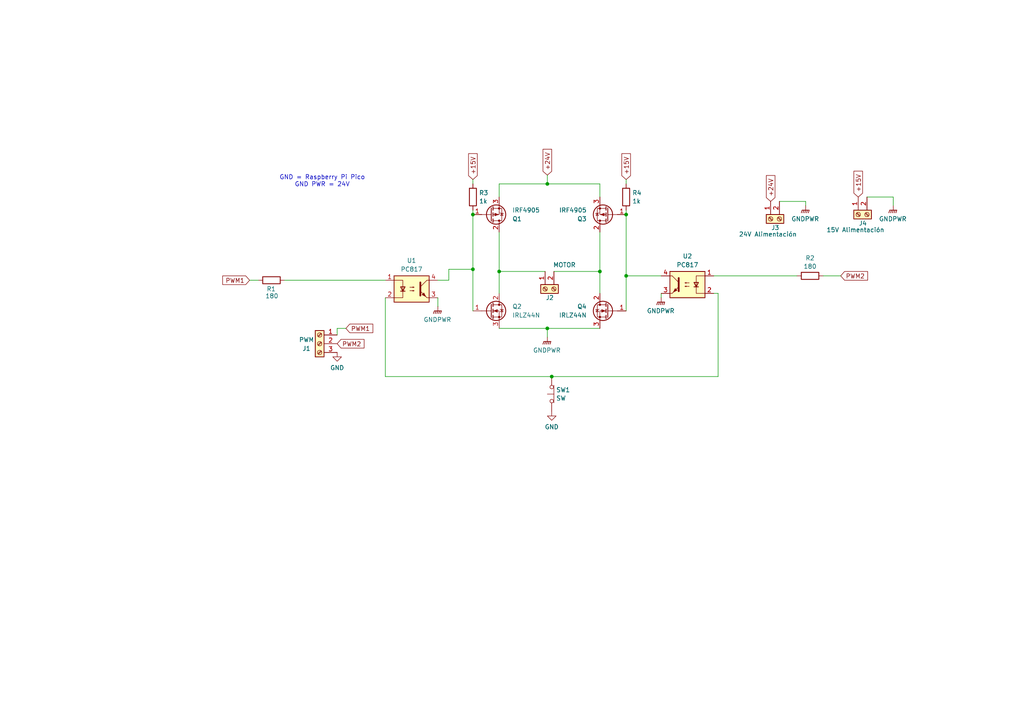
<source format=kicad_sch>
(kicad_sch (version 20231120) (generator "eeschema") (generator_version "8.0")
  (paper "A4")
  (lib_symbols
    (symbol "Connector:Screw_Terminal_01x02" (pin_names (offset 1.016) hide)
      (property "Reference" "J" (at 0 2.54 0))
      (property "Value" "Screw_Terminal_01x02" (at 0 -5.08 0))
      (symbol "Screw_Terminal_01x02_1_1"
        (rectangle (start -1.27 1.27) (end 1.27 -3.81) (stroke (width 0.254)) (fill (type background)))
        (circle (center 0 -2.54) (radius 0.635) (stroke (width 0.1524)))
        (polyline (pts (xy -0.5334 -2.2098) (xy 0.3302 -3.048)) (stroke (width 0.1524)))
        (polyline (pts (xy -0.5334 0.3302) (xy 0.3302 -0.508)) (stroke (width 0.1524)))
        (polyline (pts (xy -0.3556 -2.032) (xy 0.508 -2.8702)) (stroke (width 0.1524)))
        (polyline (pts (xy -0.3556 0.508) (xy 0.508 -0.3302)) (stroke (width 0.1524)))
        (circle (center 0 0) (radius 0.635) (stroke (width 0.1524)))
        (pin passive line (at -5.08 0 0) (length 3.81) (name "Pin_1") (number "1"))
        (pin passive line (at -5.08 -2.54 0) (length 3.81) (name "Pin_2") (number "2"))
      )
    )
    (symbol "Connector:Screw_Terminal_01x03" (pin_names (offset 1.016) hide)
      (property "Reference" "J" (at 0 5.08 0))
      (property "Value" "Screw_Terminal_01x03" (at 0 -5.08 0))
      (symbol "Screw_Terminal_01x03_1_1"
        (rectangle (start -1.27 3.81) (end 1.27 -3.81) (stroke (width 0.254)) (fill (type background)))
        (circle (center 0 -2.54) (radius 0.635) (stroke (width 0.1524)))
        (polyline (pts (xy -0.5334 -2.2098) (xy 0.3302 -3.048)) (stroke (width 0.1524)))
        (polyline (pts (xy -0.5334 0.3302) (xy 0.3302 -0.508)) (stroke (width 0.1524)))
        (polyline (pts (xy -0.5334 2.8702) (xy 0.3302 2.032)) (stroke (width 0.1524)))
        (polyline (pts (xy -0.3556 -2.032) (xy 0.508 -2.8702)) (stroke (width 0.1524)))
        (polyline (pts (xy -0.3556 0.508) (xy 0.508 -0.3302)) (stroke (width 0.1524)))
        (polyline (pts (xy -0.3556 3.048) (xy 0.508 2.2098)) (stroke (width 0.1524)))
        (circle (center 0 0) (radius 0.635) (stroke (width 0.1524)))
        (circle (center 0 2.54) (radius 0.635) (stroke (width 0.1524)))
        (pin passive line (at -5.08 2.54 0) (length 3.81) (name "Pin_1") (number "1"))
        (pin passive line (at -5.08 0 0) (length 3.81) (name "Pin_2") (number "2"))
        (pin passive line (at -5.08 -2.54 0) (length 3.81) (name "Pin_3") (number "3"))
      )
    )
    (symbol "Device:R" (pin_numbers hide) (pin_names (offset 0))
      (property "Reference" "R" (at 2.032 0 90))
      (property "Value" "R" (at 0 0 90))
      (symbol "R_0_1"
        (rectangle (start -1.016 -2.54) (end 1.016 2.54) (stroke (width 0.254)))
      )
      (symbol "R_1_1"
        (pin passive line (at 0 3.81 270) (length 1.27) (name "~") (number "1"))
        (pin passive line (at 0 -3.81 90) (length 1.27) (name "~") (number "2"))
      )
    )
    (symbol "Isolator:PC817" (pin_names (offset 1.016))
      (property "Reference" "U" (at -5.08 5.08 0))
      (property "Value" "PC817" (at 0 5.08 0))
      (symbol "PC817_0_1"
        (rectangle (start -5.08 3.81) (end 5.08 -3.81) (stroke (width 0.254)) (fill (type background)))
        (polyline (pts (xy -3.175 -0.635) (xy -1.905 -0.635)) (stroke (width 0.254)))
        (polyline (pts (xy 2.54 0.635) (xy 4.445 2.54)))
        (polyline (pts (xy 4.445 -2.54) (xy 2.54 -0.635)) (fill (type outline)))
        (polyline (pts (xy 4.445 -2.54) (xy 5.08 -2.54)))
        (polyline (pts (xy 4.445 2.54) (xy 5.08 2.54)))
        (polyline (pts (xy -5.08 2.54) (xy -2.54 2.54) (xy -2.54 -0.635)))
        (polyline (pts (xy -2.54 -0.635) (xy -2.54 -2.54) (xy -5.08 -2.54)))
        (polyline (pts (xy 2.54 1.905) (xy 2.54 -1.905) (xy 2.54 -1.905)) (stroke (width 0.508)))
        (polyline (pts (xy -2.54 -0.635) (xy -3.175 0.635) (xy -1.905 0.635) (xy -2.54 -0.635)) (stroke (width 0.254)))
        (polyline (pts (xy -0.508 -0.508) (xy 0.762 -0.508) (xy 0.381 -0.635) (xy 0.381 -0.381) (xy 0.762 -0.508)))
        (polyline (pts (xy -0.508 0.508) (xy 0.762 0.508) (xy 0.381 0.381) (xy 0.381 0.635) (xy 0.762 0.508)))
        (polyline (pts (xy 3.048 -1.651) (xy 3.556 -1.143) (xy 4.064 -2.159) (xy 3.048 -1.651) (xy 3.048 -1.651)) (fill (type outline)))
      )
      (symbol "PC817_1_1"
        (pin passive line (at -7.62 2.54 0) (length 2.54) (name "~") (number "1"))
        (pin passive line (at -7.62 -2.54 0) (length 2.54) (name "~") (number "2"))
        (pin passive line (at 7.62 -2.54 180) (length 2.54) (name "~") (number "3"))
        (pin passive line (at 7.62 2.54 180) (length 2.54) (name "~") (number "4"))
      )
    )
    (symbol "Switch:SW_Push_Open" (pin_numbers hide) (pin_names (offset 1.016) hide)
      (property "Reference" "SW" (at 0 2.54 0))
      (property "Value" "SW_Push_Open" (at 0 -1.905 0))
      (symbol "SW_Push_Open_0_1"
        (circle (center -2.032 0) (radius 0.508))
        (polyline (pts (xy -2.54 -0.635) (xy 2.54 -0.635)))
        (polyline (pts (xy 0 -0.635) (xy 0 1.27)))
        (circle (center 2.032 0) (radius 0.508))
        (pin passive line (at -5.08 0 0) (length 2.54) (name "A") (number "1"))
      )
      (symbol "SW_Push_Open_1_1"
        (pin passive line (at 5.08 0 180) (length 2.54) (name "B") (number "2"))
      )
    )
    (symbol "Transistor_FET:IRF4905" (pin_names hide)
      (property "Reference" "Q" (at 5.08 1.905 0))
      (property "Value" "IRF4905" (at 5.08 0 0))
      (symbol "IRF4905_0_1"
        (polyline (pts (xy 0.254 0) (xy -2.54 0)))
        (polyline (pts (xy 0.254 1.905) (xy 0.254 -1.905)) (stroke (width 0.254)))
        (polyline (pts (xy 0.762 -1.27) (xy 0.762 -2.286)) (stroke (width 0.254)))
        (polyline (pts (xy 0.762 0.508) (xy 0.762 -0.508)) (stroke (width 0.254)))
        (polyline (pts (xy 0.762 2.286) (xy 0.762 1.27)) (stroke (width 0.254)))
        (polyline (pts (xy 2.54 2.54) (xy 2.54 1.778)))
        (polyline (pts (xy 2.54 -2.54) (xy 2.54 0) (xy 0.762 0)))
        (polyline (pts (xy 0.762 1.778) (xy 3.302 1.778) (xy 3.302 -1.778) (xy 0.762 -1.778)))
        (polyline (pts (xy 2.286 0) (xy 1.27 0.381) (xy 1.27 -0.381) (xy 2.286 0)) (fill (type outline)))
        (polyline (pts (xy 2.794 -0.508) (xy 2.921 -0.381) (xy 3.683 -0.381) (xy 3.81 -0.254)))
        (polyline (pts (xy 3.302 -0.381) (xy 2.921 0.254) (xy 3.683 0.254) (xy 3.302 -0.381)))
        (circle (center 1.651 0) (radius 2.794) (stroke (width 0.254)))
        (circle (center 2.54 -1.778) (radius 0.254) (fill (type outline)))
        (circle (center 2.54 1.778) (radius 0.254) (fill (type outline)))
      )
      (symbol "IRF4905_1_1"
        (pin input line (at -5.08 0 0) (length 2.54) (name "G") (number "1"))
        (pin passive line (at 2.54 5.08 270) (length 2.54) (name "D") (number "2"))
        (pin passive line (at 2.54 -5.08 90) (length 2.54) (name "S") (number "3"))
      )
    )
    (symbol "Transistor_FET:IRLZ44N" (pin_names hide)
      (property "Reference" "Q" (at 6.35 1.905 0))
      (property "Value" "IRLZ44N" (at 6.35 0 0))
      (symbol "IRLZ44N_0_1"
        (polyline (pts (xy 0.254 0) (xy -2.54 0)))
        (polyline (pts (xy 0.254 1.905) (xy 0.254 -1.905)) (stroke (width 0.254)))
        (polyline (pts (xy 0.762 -1.27) (xy 0.762 -2.286)) (stroke (width 0.254)))
        (polyline (pts (xy 0.762 0.508) (xy 0.762 -0.508)) (stroke (width 0.254)))
        (polyline (pts (xy 0.762 2.286) (xy 0.762 1.27)) (stroke (width 0.254)))
        (polyline (pts (xy 2.54 2.54) (xy 2.54 1.778)))
        (polyline (pts (xy 2.54 -2.54) (xy 2.54 0) (xy 0.762 0)))
        (polyline (pts (xy 0.762 -1.778) (xy 3.302 -1.778) (xy 3.302 1.778) (xy 0.762 1.778)))
        (polyline (pts (xy 1.016 0) (xy 2.032 0.381) (xy 2.032 -0.381) (xy 1.016 0)) (fill (type outline)))
        (polyline (pts (xy 2.794 0.508) (xy 2.921 0.381) (xy 3.683 0.381) (xy 3.81 0.254)))
        (polyline (pts (xy 3.302 0.381) (xy 2.921 -0.254) (xy 3.683 -0.254) (xy 3.302 0.381)))
        (circle (center 1.651 0) (radius 2.794) (stroke (width 0.254)))
        (circle (center 2.54 -1.778) (radius 0.254) (fill (type outline)))
        (circle (center 2.54 1.778) (radius 0.254) (fill (type outline)))
      )
      (symbol "IRLZ44N_1_1"
        (pin input line (at -5.08 0 0) (length 2.54) (name "G") (number "1"))
        (pin passive line (at 2.54 5.08 270) (length 2.54) (name "D") (number "2"))
        (pin passive line (at 2.54 -5.08 90) (length 2.54) (name "S") (number "3"))
      )
    )
    (symbol "power:GND" (power) (pin_names (offset 0))
      (property "Value" "GND" (at 0 -3.81 0))
      (symbol "GND_0_1"
        (polyline (pts (xy 0 0) (xy 0 -1.27) (xy 1.27 -1.27) (xy 0 -2.54) (xy -1.27 -1.27) (xy 0 -1.27)))
      )
      (symbol "GND_1_1"
        (pin power_in line (at 0 0 270) (length 0) hide (name "GND") (number "1"))
      )
    )
    (symbol "power:GNDPWR" (power) (pin_numbers hide) (pin_names (offset 0) hide)
      (property "Value" "GNDPWR" (at 0 -3.302 0))
      (symbol "GNDPWR_0_1"
        (polyline (pts (xy 0 -1.27) (xy 0 0)))
        (polyline (pts (xy -1.016 -1.27) (xy -1.27 -2.032) (xy -1.27 -2.032)) (stroke (width 0.2032)))
        (polyline (pts (xy -0.508 -1.27) (xy -0.762 -2.032) (xy -0.762 -2.032)) (stroke (width 0.2032)))
        (polyline (pts (xy 0 -1.27) (xy -0.254 -2.032) (xy -0.254 -2.032)) (stroke (width 0.2032)))
        (polyline (pts (xy 0.508 -1.27) (xy 0.254 -2.032) (xy 0.254 -2.032)) (stroke (width 0.2032)))
        (polyline (pts (xy 1.016 -1.27) (xy -1.016 -1.27) (xy -1.016 -1.27)) (stroke (width 0.2032)))
        (polyline (pts (xy 1.016 -1.27) (xy 0.762 -2.032) (xy 0.762 -2.032) (xy 0.762 -2.032)) (stroke (width 0.2032)))
      )
      (symbol "GNDPWR_1_1"
        (pin power_in line (at 0 0 270) (length 0) (name "~") (number "1"))
      )
    )
  )
  (junction (at 160.02 109.22))
  (junction (at 137.16 78.105))
  (junction (at 144.78 78.74))
  (junction (at 173.99 78.74))
  (junction (at 181.61 80.01))
  (junction (at 137.16 62.23))
  (junction (at 181.61 62.23))
  (junction (at 158.75 53.34))
  (junction (at 158.75 95.25))
  (wire (pts (xy 137.16 60.96) (xy 137.16 62.23)))
  (wire (pts (xy 207.01 85.09) (xy 208.28 85.09)))
  (wire (pts (xy 181.61 52.07) (xy 181.61 53.34)))
  (wire (pts (xy 233.68 58.42) (xy 233.68 59.69)))
  (wire (pts (xy 181.61 62.23) (xy 181.61 80.01)))
  (wire (pts (xy 259.08 57.15) (xy 259.08 59.69)))
  (wire (pts (xy 160.02 109.22) (xy 208.28 109.22)))
  (wire (pts (xy 144.78 78.74) (xy 144.78 85.09)))
  (wire (pts (xy 181.61 80.01) (xy 181.61 90.17)))
  (wire (pts (xy 97.79 95.25) (xy 100.33 95.25)))
  (wire (pts (xy 158.75 95.25) (xy 173.99 95.25)))
  (wire (pts (xy 173.99 67.31) (xy 173.99 78.74)))
  (wire (pts (xy 181.61 80.01) (xy 191.77 80.01)))
  (wire (pts (xy 181.61 60.96) (xy 181.61 62.23)))
  (wire (pts (xy 226.06 58.42) (xy 233.68 58.42)))
  (wire (pts (xy 111.76 109.22) (xy 160.02 109.22)))
  (wire (pts (xy 160.655 78.74) (xy 173.99 78.74)))
  (wire (pts (xy 137.16 52.07) (xy 137.16 53.34)))
  (wire (pts (xy 173.99 53.34) (xy 173.99 57.15)))
  (wire (pts (xy 137.16 62.23) (xy 137.16 78.105)))
  (wire (pts (xy 144.78 67.31) (xy 144.78 78.74)))
  (wire (pts (xy 207.01 80.01) (xy 231.14 80.01)))
  (wire (pts (xy 137.16 78.105) (xy 137.16 90.17)))
  (wire (pts (xy 97.79 97.155) (xy 97.79 95.25)))
  (wire (pts (xy 173.99 85.09) (xy 173.99 78.74)))
  (wire (pts (xy 137.16 78.105) (xy 130.175 78.105)))
  (wire (pts (xy 208.28 85.09) (xy 208.28 109.22)))
  (wire (pts (xy 251.46 57.15) (xy 259.08 57.15)))
  (wire (pts (xy 144.78 78.74) (xy 158.115 78.74)))
  (wire (pts (xy 111.76 86.36) (xy 111.76 109.22)))
  (wire (pts (xy 130.175 78.105) (xy 130.175 81.28)))
  (wire (pts (xy 158.75 53.34) (xy 173.99 53.34)))
  (wire (pts (xy 158.75 97.79) (xy 158.75 95.25)))
  (wire (pts (xy 191.77 85.09) (xy 191.77 86.36)))
  (wire (pts (xy 144.78 53.34) (xy 158.75 53.34)))
  (wire (pts (xy 127 86.36) (xy 127 88.9)))
  (wire (pts (xy 127 81.28) (xy 130.175 81.28)))
  (wire (pts (xy 144.78 53.34) (xy 144.78 57.15)))
  (wire (pts (xy 238.76 80.01) (xy 243.84 80.01)))
  (wire (pts (xy 144.78 95.25) (xy 158.75 95.25)))
  (wire (pts (xy 158.75 50.8) (xy 158.75 53.34)))
  (wire (pts (xy 82.55 81.28) (xy 111.76 81.28)))
  (wire (pts (xy 72.39 81.28) (xy 74.93 81.28)))
  (text "GND = Raspberry Pi Pico\nGND PWR = 24V" (at 93.472 52.578 0) (effects (font (size 1.27 1.27))))
  (global_label "PWM2" (shape input) (at 243.84 80.01 0) (property "Intersheetrefs" "${INTERSHEET_REFS}" (effects (hide yes))))
  (global_label "PWM1" (shape input) (at 100.33 95.25 0) (property "Intersheetrefs" "${INTERSHEET_REFS}" (effects (hide yes))))
  (global_label "+24V" (shape input) (at 223.52 58.42 90) (property "Intersheetrefs" "${INTERSHEET_REFS}" (effects (hide yes))))
  (global_label "+15V" (shape input) (at 248.92 57.15 90) (property "Intersheetrefs" "${INTERSHEET_REFS}" (effects (hide yes))))
  (global_label "+15V" (shape input) (at 137.16 52.07 90) (property "Intersheetrefs" "${INTERSHEET_REFS}" (effects (hide yes))))
  (global_label "+15V" (shape input) (at 181.61 52.07 90) (property "Intersheetrefs" "${INTERSHEET_REFS}" (effects (hide yes))))
  (global_label "PWM1" (shape input) (at 72.39 81.28 180) (property "Intersheetrefs" "${INTERSHEET_REFS}" (effects (hide yes))))
  (global_label "PWM2" (shape input) (at 97.79 99.695 0) (property "Intersheetrefs" "${INTERSHEET_REFS}" (effects (hide yes))))
  (global_label "+24V" (shape input) (at 158.75 50.8 90) (property "Intersheetrefs" "${INTERSHEET_REFS}" (effects (hide yes))))
  (symbol (lib_id "Device:R") (at 78.74 81.28 90) (unit 1)
    (property "Reference" "R1" (at 80.01 83.82 90) (effects (justify left)))
    (property "Value" "180" (at 80.772 85.852 90) (effects (justify left)))
    (property "Footprint" "Resistor_THT:R_Axial_DIN0309_L9.0mm_D3.2mm_P12.70mm_Horizontal" (effects (hide yes)))
  )
  (symbol (lib_id "Switch:SW_Push_Open") (at 160.02 114.3 90) (unit 1)
    (property "Reference" "SW1" (at 161.29 113.0878 90) (effects (justify right)))
    (property "Value" "SW" (at 161.29 115.5121 90) (effects (justify right)))
    (property "Footprint" "Connector_PinHeader_2.54mm:PinHeader_1x02_P2.54mm_Vertical" (effects (hide yes)))
  )
  (symbol (lib_id "power:GND") (at 160.02 119.38 0) (unit 1)
    (property "Reference" "#PWR05" (effects (hide yes)))
    (property "Value" "GND" (at 160.02 123.825 0))
  )
  (symbol (lib_id "Transistor_FET:IRF4905") (at 142.24 62.23 0) (mirror x) (unit 1)
    (property "Reference" "Q1" (at 148.59 63.5 0) (effects (justify left)))
    (property "Value" "IRF4905" (at 148.59 60.96 0) (effects (justify left)))
    (property "Footprint" "Package_TO_SOT_THT:TO-220-3_Vertical" (effects (hide yes)))
    (property "Datasheet" "http://www.infineon.com/dgdl/irf4905.pdf?fileId=5546d462533600a4015355e32165197c" (effects (hide yes)))
  )
  (symbol (lib_id "power:GNDPWR") (at 233.68 59.69 0) (unit 1)
    (property "Reference" "#PWR06" (effects (hide yes)))
    (property "Value" "GNDPWR" (at 233.553 63.5 0))
    (property "Description" "Power symbol creates a global label with name \"GNDPWR\" , global ground" (effects (hide yes)))
  )
  (symbol (lib_id "Connector:Screw_Terminal_01x03") (at 92.71 99.695 0) (mirror y) (unit 1)
    (property "Reference" "J1" (at 88.9 101.092 0))
    (property "Value" "PWM" (at 88.9 98.552 0))
    (property "Footprint" "Connector_PinHeader_2.54mm:PinHeader_1x03_P2.54mm_Vertical" (effects (hide yes)))
  )
  (symbol (lib_id "Device:R") (at 137.16 57.15 0) (unit 1)
    (property "Reference" "R3" (at 138.938 55.9378 0) (effects (justify left)))
    (property "Value" "1k" (at 138.938 58.3621 0) (effects (justify left)))
    (property "Footprint" "Resistor_THT:R_Axial_DIN0309_L9.0mm_D3.2mm_P12.70mm_Horizontal" (effects (hide yes)))
  )
  (symbol (lib_id "power:GNDPWR") (at 158.75 97.79 0) (unit 1)
    (property "Reference" "#PWR04" (effects (hide yes)))
    (property "Value" "GNDPWR" (at 158.623 101.6 0))
    (property "Description" "Power symbol creates a global label with name \"GNDPWR\" , global ground" (effects (hide yes)))
  )
  (symbol (lib_id "Connector:Screw_Terminal_01x02") (at 248.92 62.23 90) (mirror x) (unit 1)
    (property "Reference" "J4" (at 251.46 64.77 90) (effects (justify left)))
    (property "Value" "15V Alimentación" (at 256.54 66.675 90) (effects (justify left)))
    (property "Footprint" "Connector_PinHeader_2.54mm:PinHeader_1x02_P2.54mm_Vertical" (effects (hide yes)))
  )
  (symbol (lib_id "power:GND") (at 97.79 102.235 0) (unit 1)
    (property "Reference" "#PWR02" (effects (hide yes)))
    (property "Value" "GND" (at 97.79 106.68 0))
  )
  (symbol (lib_id "Transistor_FET:IRLZ44N") (at 142.24 90.17 0) (unit 1)
    (property "Reference" "Q2" (at 148.59 88.9 0) (effects (justify left)))
    (property "Value" "IRLZ44N" (at 148.59 91.44 0) (effects (justify left)))
    (property "Footprint" "Package_TO_SOT_THT:TO-220-3_Vertical" (effects (hide yes)))
    (property "Datasheet" "http://www.irf.com/product-info/datasheets/data/irlz44n.pdf" (effects (hide yes)))
  )
  (symbol (lib_id "power:GNDPWR") (at 127 88.9 0) (unit 1)
    (property "Reference" "#PWR03" (effects (hide yes)))
    (property "Value" "GNDPWR" (at 126.873 92.71 0))
    (property "Description" "Power symbol creates a global label with name \"GNDPWR\" , global ground" (effects (hide yes)))
  )
  (symbol (lib_id "power:GNDPWR") (at 191.77 86.36 0) (unit 1)
    (property "Reference" "#PWR010" (effects (hide yes)))
    (property "Value" "GNDPWR" (at 191.643 90.17 0))
    (property "Description" "Power symbol creates a global label with name \"GNDPWR\" , global ground" (effects (hide yes)))
  )
  (symbol (lib_id "Connector:Screw_Terminal_01x02") (at 158.115 83.82 90) (mirror x) (unit 1)
    (property "Reference" "J2" (at 160.655 86.36 90) (effects (justify left)))
    (property "Value" "MOTOR" (at 167.005 76.835 90) (effects (justify left)))
    (property "Footprint" "TerminalBlock_Dinkle:TerminalBlock_Dinkle_DT-55-B01X-02_P10.00mm" (effects (hide yes)))
  )
  (symbol (lib_id "Device:R") (at 181.61 57.15 0) (unit 1)
    (property "Reference" "R4" (at 183.388 55.9378 0) (effects (justify left)))
    (property "Value" "1k" (at 183.388 58.3621 0) (effects (justify left)))
    (property "Footprint" "Resistor_THT:R_Axial_DIN0309_L9.0mm_D3.2mm_P12.70mm_Horizontal" (effects (hide yes)))
  )
  (symbol (lib_id "Device:R") (at 234.95 80.01 90) (unit 1)
    (property "Reference" "R2" (at 234.95 74.8495 90))
    (property "Value" "180" (at 234.95 77.2738 90))
    (property "Footprint" "Resistor_THT:R_Axial_DIN0309_L9.0mm_D3.2mm_P12.70mm_Horizontal" (effects (hide yes)))
    (property "Description" "Resistor" (effects (hide yes)))
  )
  (symbol (lib_id "power:GNDPWR") (at 259.08 59.69 0) (unit 1)
    (property "Reference" "#PWR08" (effects (hide yes)))
    (property "Value" "GNDPWR" (at 258.953 63.5 0))
    (property "Description" "Power symbol creates a global label with name \"GNDPWR\" , global ground" (effects (hide yes)))
  )
  (symbol (lib_id "Transistor_FET:IRLZ44N") (at 176.53 90.17 0) (mirror y) (unit 1)
    (property "Reference" "Q4" (at 170.18 88.9 0) (effects (justify left)))
    (property "Value" "IRLZ44N" (at 170.18 91.44 0) (effects (justify left)))
    (property "Footprint" "Package_TO_SOT_THT:TO-220-3_Vertical" (effects (hide yes)))
    (property "Datasheet" "http://www.irf.com/product-info/datasheets/data/irlz44n.pdf" (effects (hide yes)))
  )
  (symbol (lib_id "Connector:Screw_Terminal_01x02") (at 223.52 63.5 90) (mirror x) (unit 1)
    (property "Reference" "J3" (at 226.06 66.04 90) (effects (justify left)))
    (property "Value" "24V Alimentación" (at 231.14 67.945 90) (effects (justify left)))
    (property "Footprint" "TerminalBlock_Dinkle:TerminalBlock_Dinkle_DT-55-B01X-02_P10.00mm" (effects (hide yes)))
  )
  (symbol (lib_id "Transistor_FET:IRF4905") (at 176.53 62.23 180) (unit 1)
    (property "Reference" "Q3" (at 170.18 63.5 0) (effects (justify left)))
    (property "Value" "IRF4905" (at 170.18 60.96 0) (effects (justify left)))
    (property "Footprint" "Package_TO_SOT_THT:TO-220-3_Vertical" (effects (hide yes)))
    (property "Datasheet" "http://www.infineon.com/dgdl/irf4905.pdf?fileId=5546d462533600a4015355e32165197c" (effects (hide yes)))
  )
  (symbol (lib_id "Isolator:PC817") (at 199.39 82.55 0) (mirror y) (unit 1)
    (property "Reference" "U2" (at 199.39 74.295 0))
    (property "Value" "PC817" (at 199.39 76.835 0))
    (property "Footprint" "Package_DIP:DIP-4_W7.62mm" (effects (hide yes)))
    (property "Datasheet" "http://www.soselectronic.cz/a_info/resource/d/pc817.pdf" (effects (hide yes)))
  )
  (symbol (lib_id "Isolator:PC817") (at 119.38 83.82 0) (unit 1)
    (property "Reference" "U1" (at 119.38 75.565 0))
    (property "Value" "PC817" (at 119.38 78.105 0))
    (property "Footprint" "Package_DIP:DIP-4_W7.62mm" (effects (hide yes)))
    (property "Datasheet" "http://www.soselectronic.cz/a_info/resource/d/pc817.pdf" (effects (hide yes)))
  )
)
</source>
